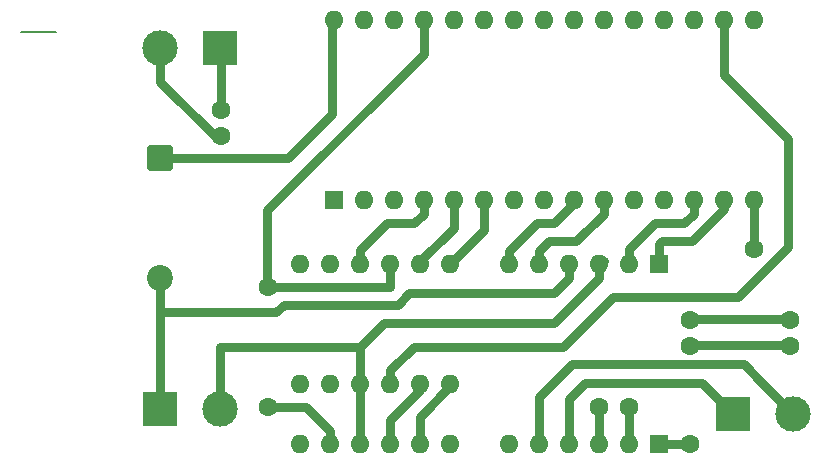
<source format=gbr>
%TF.GenerationSoftware,KiCad,Pcbnew,9.0.2*%
%TF.CreationDate,2025-07-25T14:57:03+06:00*%
%TF.ProjectId,bl2,626c322e-6b69-4636-9164-5f7063625858,rev?*%
%TF.SameCoordinates,Original*%
%TF.FileFunction,Copper,L2,Bot*%
%TF.FilePolarity,Positive*%
%FSLAX46Y46*%
G04 Gerber Fmt 4.6, Leading zero omitted, Abs format (unit mm)*
G04 Created by KiCad (PCBNEW 9.0.2) date 2025-07-25 14:57:03*
%MOMM*%
%LPD*%
G01*
G04 APERTURE LIST*
G04 Aperture macros list*
%AMRoundRect*
0 Rectangle with rounded corners*
0 $1 Rounding radius*
0 $2 $3 $4 $5 $6 $7 $8 $9 X,Y pos of 4 corners*
0 Add a 4 corners polygon primitive as box body*
4,1,4,$2,$3,$4,$5,$6,$7,$8,$9,$2,$3,0*
0 Add four circle primitives for the rounded corners*
1,1,$1+$1,$2,$3*
1,1,$1+$1,$4,$5*
1,1,$1+$1,$6,$7*
1,1,$1+$1,$8,$9*
0 Add four rect primitives between the rounded corners*
20,1,$1+$1,$2,$3,$4,$5,0*
20,1,$1+$1,$4,$5,$6,$7,0*
20,1,$1+$1,$6,$7,$8,$9,0*
20,1,$1+$1,$8,$9,$2,$3,0*%
G04 Aperture macros list end*
%TA.AperFunction,NonConductor*%
%ADD10C,0.200000*%
%TD*%
%TA.AperFunction,ComponentPad*%
%ADD11R,1.600000X1.600000*%
%TD*%
%TA.AperFunction,ComponentPad*%
%ADD12O,1.600000X1.600000*%
%TD*%
%TA.AperFunction,ComponentPad*%
%ADD13R,3.000000X3.000000*%
%TD*%
%TA.AperFunction,ComponentPad*%
%ADD14C,3.000000*%
%TD*%
%TA.AperFunction,ComponentPad*%
%ADD15RoundRect,0.249999X-0.850001X0.850001X-0.850001X-0.850001X0.850001X-0.850001X0.850001X0.850001X0*%
%TD*%
%TA.AperFunction,ComponentPad*%
%ADD16C,2.200000*%
%TD*%
%TA.AperFunction,ViaPad*%
%ADD17C,1.600000*%
%TD*%
%TA.AperFunction,Conductor*%
%ADD18C,0.760000*%
%TD*%
%TA.AperFunction,Conductor*%
%ADD19C,0.800000*%
%TD*%
G04 APERTURE END LIST*
D10*
X118170000Y-48550000D02*
X115170000Y-48550000D01*
D11*
%TO.P,U5,1,EEP*%
%TO.N,SLEEP*%
X169217044Y-83470000D03*
D12*
%TO.P,U5,2,OUT1*%
%TO.N,MLP*%
X166677044Y-83470000D03*
%TO.P,U5,3,OUT2*%
%TO.N,MLN*%
X164137044Y-83470000D03*
%TO.P,U5,4,OUT3*%
%TO.N,MRP*%
X161597044Y-83470000D03*
%TO.P,U5,5,OUT4*%
%TO.N,MRN*%
X159057044Y-83470000D03*
%TO.P,U5,6,ULT*%
%TO.N,unconnected-(U5-ULT-Pad6)*%
X156517044Y-83470000D03*
D11*
%TO.P,U5,7,IN4*%
%TO.N,ML1*%
X169217044Y-68230000D03*
D12*
%TO.P,U5,8,IN3*%
%TO.N,ML2*%
X166677044Y-68230000D03*
%TO.P,U5,9,GND*%
%TO.N,GND*%
X164137044Y-68230000D03*
%TO.P,U5,10,VCC*%
%TO.N,VBUS*%
X161597044Y-68230000D03*
%TO.P,U5,11,IN2*%
%TO.N,MR2*%
X159057044Y-68230000D03*
%TO.P,U5,12,IN1*%
%TO.N,MR1*%
X156517044Y-68230000D03*
%TD*%
D13*
%TO.P,REF\u002A\u002A,1*%
%TO.N,MRP*%
X175470000Y-80870000D03*
D14*
%TO.P,REF\u002A\u002A,2*%
%TO.N,MRN*%
X180550000Y-80870000D03*
%TD*%
D12*
%TO.P,U4,1,LV1*%
%TO.N,llcRX*%
X151515000Y-78330000D03*
%TO.P,U4,2,LV2*%
%TO.N,llcTX*%
X148975000Y-78330000D03*
%TO.P,U4,3,LV*%
%TO.N,+3.3V*%
X146435000Y-78330000D03*
%TO.P,U4,4,GND*%
%TO.N,GND*%
X143895000Y-78330000D03*
%TO.P,U4,5,LV3*%
%TO.N,unconnected-(U4-LV3-Pad5)*%
X141355000Y-78330000D03*
%TO.P,U4,6,LV4*%
%TO.N,unconnected-(U4-LV4-Pad6)*%
X138815000Y-78330000D03*
%TO.P,U4,7,HV1*%
%TO.N,NRX*%
X151515000Y-68170000D03*
%TO.P,U4,8,HV2*%
%TO.N,NTX*%
X148975000Y-68170000D03*
%TO.P,U4,9,HV*%
%TO.N,+5V*%
X146435000Y-68170000D03*
%TO.P,U4,10,GND*%
%TO.N,GND*%
X143895000Y-68170000D03*
%TO.P,U4,11,HV3*%
%TO.N,unconnected-(U4-HV3-Pad11)*%
X141355000Y-68170000D03*
%TO.P,U4,12,HV4*%
%TO.N,unconnected-(U4-HV4-Pad12)*%
X138815000Y-68170000D03*
%TD*%
D15*
%TO.P,D1,1,K*%
%TO.N,Net-(A1-VIN)*%
X126970000Y-59250000D03*
D16*
%TO.P,D1,2,A*%
%TO.N,VBUS*%
X126970000Y-69410000D03*
%TD*%
D12*
%TO.P,U3,1,EN*%
%TO.N,unconnected-(U3-EN-Pad1)*%
X138785000Y-83420000D03*
%TO.P,U3,2,VCC*%
%TO.N,+5V*%
X141325000Y-83420000D03*
%TO.P,U3,3,GND*%
%TO.N,GND*%
X143865000Y-83420000D03*
%TO.P,U3,4,TX*%
%TO.N,llcTX*%
X146405000Y-83420000D03*
%TO.P,U3,5,RX*%
%TO.N,llcRX*%
X148945000Y-83420000D03*
%TO.P,U3,6,STATE*%
%TO.N,unconnected-(U3-STATE-Pad6)*%
X151485000Y-83420000D03*
%TD*%
D11*
%TO.P,A1,1,D1/TX*%
%TO.N,unconnected-(A1-D1{slash}TX-Pad1)*%
X141670000Y-62790000D03*
D12*
%TO.P,A1,2,D0/RX*%
%TO.N,unconnected-(A1-D0{slash}RX-Pad2)*%
X144210000Y-62790000D03*
%TO.P,A1,3,~{RESET}*%
%TO.N,unconnected-(A1-~{RESET}-Pad3)*%
X146750000Y-62790000D03*
%TO.P,A1,4,GND*%
%TO.N,GND*%
X149290000Y-62790000D03*
%TO.P,A1,5,D2*%
%TO.N,NTX*%
X151830000Y-62790000D03*
%TO.P,A1,6,D3*%
%TO.N,NRX*%
X154370000Y-62790000D03*
%TO.P,A1,7,D4*%
%TO.N,unconnected-(A1-D4-Pad7)*%
X156910000Y-62790000D03*
%TO.P,A1,8,D5*%
%TO.N,unconnected-(A1-D5-Pad8)*%
X159450000Y-62790000D03*
%TO.P,A1,9,D6*%
%TO.N,MR1*%
X161990000Y-62790000D03*
%TO.P,A1,10,D7*%
%TO.N,MR2*%
X164530000Y-62790000D03*
%TO.P,A1,11,D8*%
%TO.N,unconnected-(A1-D8-Pad11)*%
X167070000Y-62790000D03*
%TO.P,A1,12,D9*%
%TO.N,unconnected-(A1-D9-Pad12)*%
X169610000Y-62790000D03*
%TO.P,A1,13,D10*%
%TO.N,ML2*%
X172150000Y-62790000D03*
%TO.P,A1,14,D11*%
%TO.N,ML1*%
X174690000Y-62790000D03*
%TO.P,A1,15,D12*%
%TO.N,SLEEP*%
X177230000Y-62790000D03*
%TO.P,A1,16,D13*%
%TO.N,unconnected-(A1-D13-Pad16)*%
X177230000Y-47550000D03*
%TO.P,A1,17,3V3*%
%TO.N,+3.3V*%
X174690000Y-47550000D03*
%TO.P,A1,18,AREF*%
%TO.N,unconnected-(A1-AREF-Pad18)*%
X172150000Y-47550000D03*
%TO.P,A1,19,A0*%
%TO.N,unconnected-(A1-A0-Pad19)*%
X169610000Y-47550000D03*
%TO.P,A1,20,A1*%
%TO.N,unconnected-(A1-A1-Pad20)*%
X167070000Y-47550000D03*
%TO.P,A1,21,A2*%
%TO.N,unconnected-(A1-A2-Pad21)*%
X164530000Y-47550000D03*
%TO.P,A1,22,A3*%
%TO.N,unconnected-(A1-A3-Pad22)*%
X161990000Y-47550000D03*
%TO.P,A1,23,A4*%
%TO.N,unconnected-(A1-A4-Pad23)*%
X159450000Y-47550000D03*
%TO.P,A1,24,A5*%
%TO.N,unconnected-(A1-A5-Pad24)*%
X156910000Y-47550000D03*
%TO.P,A1,25,A6*%
%TO.N,unconnected-(A1-A6-Pad25)*%
X154370000Y-47550000D03*
%TO.P,A1,26,A7*%
%TO.N,unconnected-(A1-A7-Pad26)*%
X151830000Y-47550000D03*
%TO.P,A1,27,+5V*%
%TO.N,+5V*%
X149290000Y-47550000D03*
%TO.P,A1,28,~{RESET}*%
%TO.N,unconnected-(A1-~{RESET}-Pad28)*%
X146750000Y-47550000D03*
%TO.P,A1,29,GND*%
%TO.N,GND*%
X144210000Y-47550000D03*
%TO.P,A1,30,VIN*%
%TO.N,Net-(A1-VIN)*%
X141670000Y-47550000D03*
%TD*%
D13*
%TO.P,REF\u002A\u002A,1*%
%TO.N,VBUS*%
X126970000Y-80505000D03*
D14*
%TO.P,REF\u002A\u002A,2*%
%TO.N,GND*%
X132050000Y-80505000D03*
%TD*%
D13*
%TO.P,REF\u002A\u002A,1*%
%TO.N,MLP*%
X132050000Y-49920000D03*
D14*
%TO.P,REF\u002A\u002A,2*%
%TO.N,MLN*%
X126970000Y-49920000D03*
%TD*%
D17*
%TO.N,SLEEP*%
X177220000Y-66900000D03*
X171810000Y-83460000D03*
%TO.N,+5V*%
X136060000Y-80290000D03*
X136120000Y-70180000D03*
%TO.N,MLP*%
X132070000Y-55140000D03*
X180320000Y-75170000D03*
X166677044Y-80280000D03*
X171780000Y-75170000D03*
%TO.N,MLN*%
X132070000Y-57390000D03*
X180320000Y-72920000D03*
X171780000Y-72920000D03*
X164137044Y-80280000D03*
%TD*%
D18*
%TO.N,SLEEP*%
X169217044Y-83470000D02*
X171800000Y-83470000D01*
X177230000Y-66890000D02*
X177230000Y-62790000D01*
X177220000Y-66900000D02*
X177230000Y-66890000D01*
X171800000Y-83470000D02*
X171810000Y-83460000D01*
%TO.N,NTX*%
X151650000Y-65290000D02*
X151820000Y-65120000D01*
X151820000Y-62800000D02*
X151830000Y-62790000D01*
X151820000Y-65120000D02*
X151820000Y-62800000D01*
X148975000Y-68170000D02*
X148975000Y-67965000D01*
X148975000Y-67965000D02*
X151650000Y-65290000D01*
%TO.N,+5V*%
X136040000Y-70070000D02*
X136081000Y-70111000D01*
X141325000Y-82288630D02*
X139326370Y-80290000D01*
X146435000Y-70111000D02*
X146435000Y-68170000D01*
X149290000Y-47550000D02*
X149290000Y-50400000D01*
X149290000Y-50400000D02*
X136040000Y-63650000D01*
X139326370Y-80290000D02*
X136060000Y-80290000D01*
X136040000Y-63650000D02*
X136040000Y-70070000D01*
X136081000Y-70111000D02*
X146435000Y-70111000D01*
X141325000Y-83420000D02*
X141325000Y-82288630D01*
%TO.N,GND*%
X145886000Y-73209000D02*
X143895000Y-75200000D01*
X132050000Y-80505000D02*
X132050000Y-75200000D01*
X164137044Y-68230000D02*
X164137044Y-69361370D01*
X144170000Y-78280000D02*
X144120000Y-78330000D01*
X146202630Y-64731000D02*
X148480370Y-64731000D01*
X143865000Y-78360000D02*
X143895000Y-78330000D01*
X143895000Y-68170000D02*
X143895000Y-67038630D01*
X143895000Y-67038630D02*
X146202630Y-64731000D01*
X164137044Y-69361370D02*
X160289414Y-73209000D01*
X144130000Y-78340000D02*
X144120000Y-78330000D01*
X160289414Y-73209000D02*
X145886000Y-73209000D01*
X148480370Y-64731000D02*
X149290000Y-63921370D01*
X132050000Y-75200000D02*
X143895000Y-75200000D01*
X143865000Y-83420000D02*
X143865000Y-78360000D01*
X143895000Y-75200000D02*
X143895000Y-78330000D01*
X149290000Y-63921370D02*
X149290000Y-62790000D01*
D19*
X164530000Y-67970000D02*
X164480000Y-68020000D01*
D18*
%TO.N,+3.3V*%
X146435000Y-78330000D02*
X146435000Y-77198630D01*
X165271000Y-70979000D02*
X172521310Y-70979000D01*
X180150000Y-57640000D02*
X174690000Y-52180000D01*
X172521310Y-70979000D02*
X175885989Y-70979000D01*
X180150000Y-66714989D02*
X180150000Y-57640000D01*
X146435000Y-77198630D02*
X148433630Y-75200000D01*
X161030000Y-75200000D02*
X164690000Y-71540000D01*
X174690000Y-52180000D02*
X174690000Y-47550000D01*
X175885989Y-70979000D02*
X180150000Y-66714989D01*
X164690000Y-71540000D02*
X164710000Y-71540000D01*
X148433630Y-75200000D02*
X161030000Y-75200000D01*
X164710000Y-71540000D02*
X165271000Y-70979000D01*
%TO.N,Net-(A1-VIN)*%
X137740000Y-59250000D02*
X141540000Y-55450000D01*
X141540000Y-55450000D02*
X141540000Y-47680000D01*
X141540000Y-47680000D02*
X141670000Y-47550000D01*
X126520000Y-58730000D02*
X126540000Y-58710000D01*
X126970000Y-59250000D02*
X137740000Y-59250000D01*
%TO.N,NRX*%
X154370000Y-65315000D02*
X154370000Y-62790000D01*
X151515000Y-68170000D02*
X154370000Y-65315000D01*
%TO.N,VBUS*%
X136754989Y-72290000D02*
X127270000Y-72290000D01*
X147065019Y-71632000D02*
X137412989Y-71632000D01*
X160288414Y-70670000D02*
X148027019Y-70670000D01*
X126970000Y-71990000D02*
X126970000Y-69410000D01*
X161597044Y-68230000D02*
X161597044Y-69361370D01*
X161597044Y-69361370D02*
X160288414Y-70670000D01*
X137412989Y-71632000D02*
X136754989Y-72290000D01*
X126970000Y-80505000D02*
X126970000Y-71990000D01*
X148027019Y-70670000D02*
X147065019Y-71632000D01*
%TO.N,llcTX*%
X146405000Y-83420000D02*
X146405000Y-81395000D01*
X146405000Y-81395000D02*
X148975000Y-78825000D01*
X148975000Y-78825000D02*
X148975000Y-78330000D01*
%TO.N,llcRX*%
X148945000Y-81104989D02*
X151515000Y-78534989D01*
X148945000Y-83420000D02*
X148945000Y-81104989D01*
X151515000Y-78534989D02*
X151515000Y-78330000D01*
X151740000Y-78534989D02*
X151740000Y-78330000D01*
%TO.N,MRP*%
X161597044Y-83470000D02*
X161597044Y-79582956D01*
X172840000Y-78240000D02*
X175470000Y-80870000D01*
X162940000Y-78240000D02*
X172840000Y-78240000D01*
X161597044Y-79582956D02*
X162940000Y-78240000D01*
%TO.N,MRN*%
X161820000Y-76690000D02*
X176370000Y-76690000D01*
X177909000Y-78229000D02*
X180550000Y-80870000D01*
X159057044Y-83470000D02*
X159057044Y-79452956D01*
X176370000Y-76690000D02*
X177909000Y-78229000D01*
X159057044Y-79452956D02*
X161820000Y-76690000D01*
%TO.N,MLP*%
X166677044Y-83470000D02*
X166677044Y-80280000D01*
X171780000Y-75170000D02*
X171870000Y-75080000D01*
X132070000Y-55140000D02*
X132070000Y-49940000D01*
X171870000Y-75080000D02*
X180230000Y-75080000D01*
X132070000Y-49940000D02*
X132050000Y-49920000D01*
X180230000Y-75080000D02*
X180320000Y-75170000D01*
%TO.N,MLN*%
X164137044Y-83470000D02*
X164137044Y-80280000D01*
X180230000Y-72830000D02*
X180320000Y-72920000D01*
X126970000Y-52784989D02*
X126970000Y-49920000D01*
X171780000Y-72920000D02*
X171870000Y-72830000D01*
X131575011Y-57390000D02*
X126970000Y-52784989D01*
X132070000Y-57390000D02*
X131575011Y-57390000D01*
X171870000Y-72830000D02*
X180230000Y-72830000D01*
%TO.N,ML2*%
X166677044Y-68230000D02*
X166677044Y-66888000D01*
X171340370Y-64731000D02*
X172150000Y-63921370D01*
X166677044Y-66888000D02*
X168834044Y-64731000D01*
X172150000Y-63921370D02*
X172150000Y-62790000D01*
X168834044Y-64731000D02*
X171340370Y-64731000D01*
%TO.N,ML1*%
X169217044Y-66499018D02*
X169464062Y-66252000D01*
X169217044Y-68230000D02*
X169217044Y-66499018D01*
X169464062Y-66252000D02*
X171970388Y-66252000D01*
X174690000Y-63532388D02*
X174690000Y-62790000D01*
X171970388Y-66252000D02*
X174690000Y-63532388D01*
%TO.N,MR1*%
X156517044Y-67098630D02*
X158884674Y-64731000D01*
X160279000Y-64731000D02*
X161990000Y-63020000D01*
X156517044Y-68230000D02*
X156517044Y-67098630D01*
X158884674Y-64731000D02*
X160279000Y-64731000D01*
X161990000Y-63020000D02*
X161990000Y-62790000D01*
%TO.N,MR2*%
X159057044Y-68230000D02*
X159057044Y-67098630D01*
X159057044Y-67098630D02*
X159903674Y-66252000D01*
X162199370Y-66252000D02*
X164530000Y-63921370D01*
X159903674Y-66252000D02*
X162199370Y-66252000D01*
X164530000Y-63921370D02*
X164530000Y-62790000D01*
%TD*%
M02*

</source>
